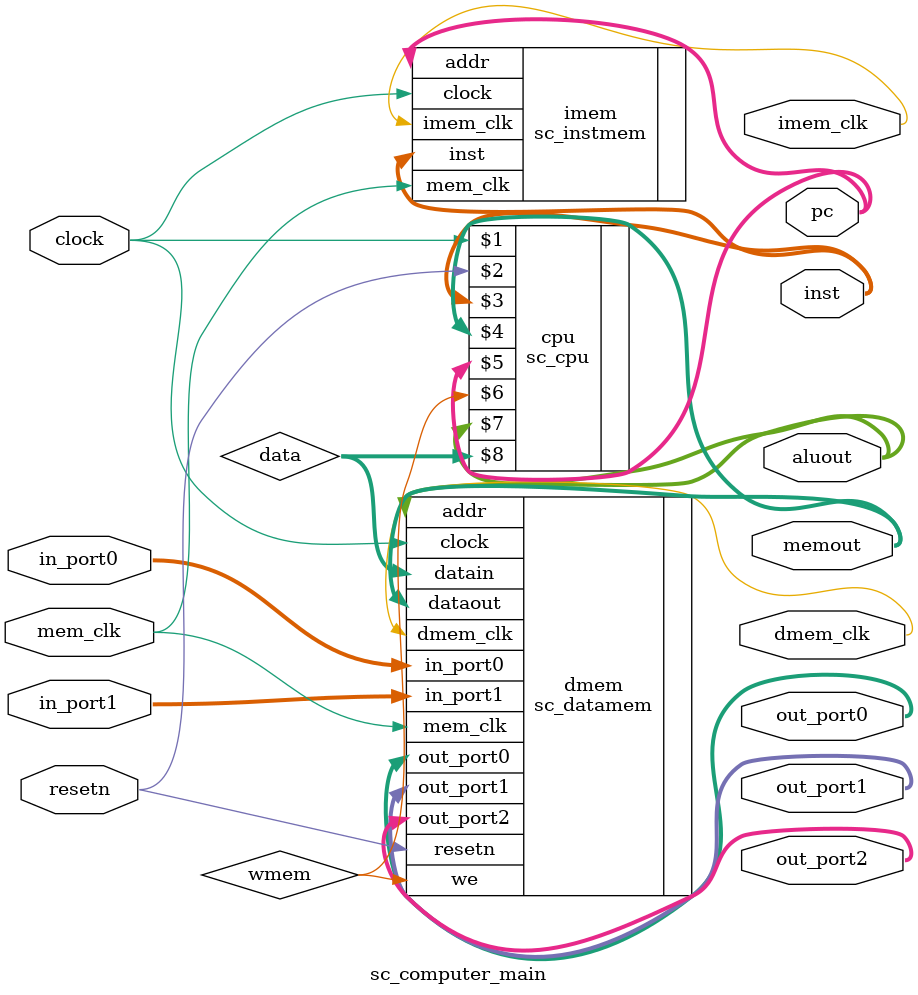
<source format=v>

module sc_computer_main (
	resetn,clock,mem_clk,
	in_port0,in_port1,
	pc,inst,aluout,memout,
	imem_clk,dmem_clk,
	out_port0,out_port1,out_port2
	);
   
	input resetn,clock,mem_clk;
	input  [31:0] in_port0,in_port1;
	output [31:0] pc,inst,aluout,memout;
   output        imem_clk,dmem_clk;
	output [31:0] out_port0,out_port1,out_port2;
	
	// all these "wire"s are used to connect or interface the cpu,dmem,imem and so on.
	wire   [31:0] data;
	wire          wmem;
	wire 	 [31:0] mem_dataout,io_read_data;
	
	sc_cpu	cpu(clock, resetn, inst, memout, pc, wmem, aluout, data); 
   
	sc_instmem imem(
        .addr(pc), 
        .clock(clock), 
        .mem_clk(mem_clk), 
        .inst(inst), 
        .imem_clk(imem_clk)
    ); 

    sc_datamem dmem(
        .resetn(resetn),
        .we(wmem), 
        .clock(clock), 
        .mem_clk(mem_clk),  
        .addr(aluout), 
        .datain(data), 
        .in_port0(in_port0), 
        .in_port1(in_port1), 

        .dmem_clk(dmem_clk), 
        .dataout(memout), 
        .out_port0(out_port0), 
        .out_port1(out_port1), 
        .out_port2(out_port2)
    ); 
endmodule




</source>
